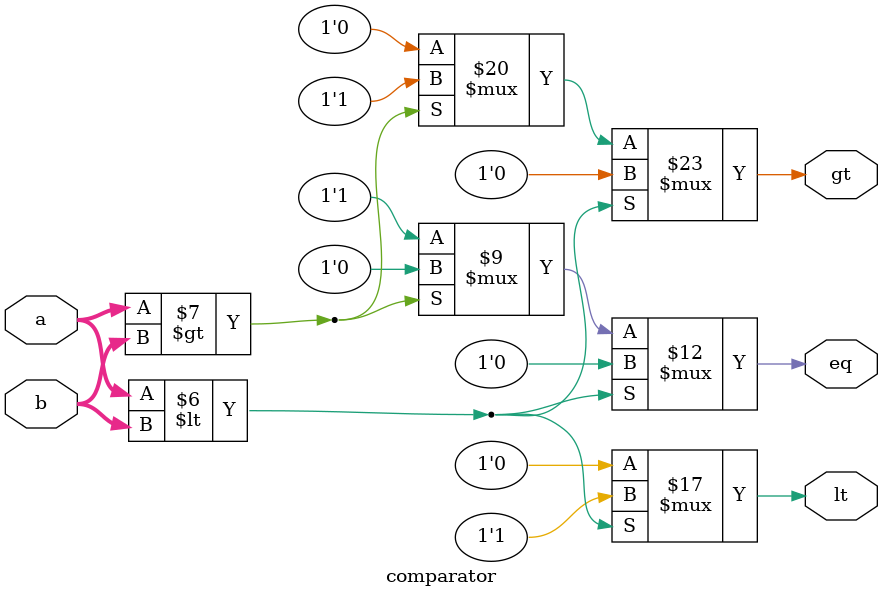
<source format=sv>



module comparator
(
	input wire [15:0] a,
	input wire [15:0] b,
	output reg gt,
	output reg lt,
	output reg eq
);

	reg gte;
	reg lte;

	always @ (a, b) begin: COM
		if (!(a > b)) begin
			lte <= 1'b1;
			gte <= 1'b0;
		end
		if (!(b > a)) begin
			gte <= 1'b1;
			lte <= 1'b0;
		end
		if (a < b) begin
			gt <= 1'b0;
			lt <= 1'b1;
			eq <= 1'b0;
		end
		else if (a > b) begin
			gt <= 1'b1;
			lt <= 1'b0;
			eq <= 1'b0;
		end
		else begin
			lte <= 1'b1;
			gte <= 1'b1;
			gt <= 1'b0;
			lt <= 1'b0;
			eq <= 1'b1;
		end
	end
endmodule
</source>
